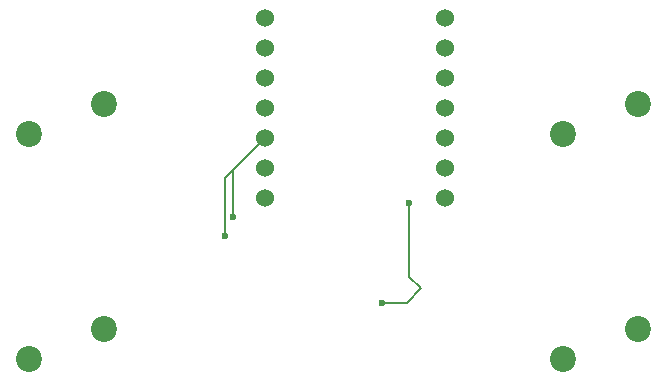
<source format=gbr>
%TF.GenerationSoftware,KiCad,Pcbnew,9.0.2*%
%TF.CreationDate,2025-05-18T21:43:26-07:00*%
%TF.ProjectId,proj,70726f6a-2e6b-4696-9361-645f70636258,rev?*%
%TF.SameCoordinates,Original*%
%TF.FileFunction,Copper,L2,Bot*%
%TF.FilePolarity,Positive*%
%FSLAX46Y46*%
G04 Gerber Fmt 4.6, Leading zero omitted, Abs format (unit mm)*
G04 Created by KiCad (PCBNEW 9.0.2) date 2025-05-18 21:43:26*
%MOMM*%
%LPD*%
G01*
G04 APERTURE LIST*
%TA.AperFunction,ComponentPad*%
%ADD10C,1.524000*%
%TD*%
%TA.AperFunction,ComponentPad*%
%ADD11C,2.200000*%
%TD*%
%TA.AperFunction,ViaPad*%
%ADD12C,0.600000*%
%TD*%
%TA.AperFunction,Conductor*%
%ADD13C,0.200000*%
%TD*%
G04 APERTURE END LIST*
D10*
%TO.P,U1,14,VBUS*%
%TO.N,+5V*%
X193357500Y-68580000D03*
%TO.P,U1,13,GND*%
%TO.N,GND*%
X193357500Y-71120000D03*
%TO.P,U1,12,3V3*%
%TO.N,unconnected-(U1-3V3-Pad12)*%
X193357500Y-73660000D03*
%TO.P,U1,11,GPIO3/MOSI*%
%TO.N,Net-(U1-GPIO3{slash}MOSI)*%
X193357500Y-76200000D03*
%TO.P,U1,10,GPIO4/MISO*%
%TO.N,Net-(U1-GPIO4{slash}MISO)*%
X193357500Y-78740000D03*
%TO.P,U1,9,GPIO2/SCK*%
%TO.N,Net-(U1-GPIO2{slash}SCK)*%
X193357500Y-81280000D03*
%TO.P,U1,8,GPIO1/RX*%
%TO.N,Net-(U1-GPIO1{slash}RX)*%
X193357500Y-83820000D03*
%TO.P,U1,7,GPIO0/TX*%
%TO.N,unconnected-(U1-GPIO0{slash}TX-Pad7)*%
X178117500Y-83820000D03*
%TO.P,U1,6,GPIO7/SCL*%
%TO.N,unconnected-(U1-GPIO7{slash}SCL-Pad6)*%
X178117500Y-81280000D03*
%TO.P,U1,5,GPIO6/SDA*%
%TO.N,Net-(D1-DIN)*%
X178117500Y-78740000D03*
%TO.P,U1,4,GPIO29/ADC3/A3*%
%TO.N,unconnected-(U1-GPIO29{slash}ADC3{slash}A3-Pad4)*%
X178117500Y-76200000D03*
%TO.P,U1,3,GPIO28/ADC2/A2*%
%TO.N,unconnected-(U1-GPIO28{slash}ADC2{slash}A2-Pad3)*%
X178117500Y-73660000D03*
%TO.P,U1,2,GPIO27/ADC1/A1*%
%TO.N,unconnected-(U1-GPIO27{slash}ADC1{slash}A1-Pad2)*%
X178117500Y-71120000D03*
%TO.P,U1,1,GPIO26/ADC0/A0*%
%TO.N,unconnected-(U1-GPIO26{slash}ADC0{slash}A0-Pad1)*%
X178117500Y-68580000D03*
%TD*%
D11*
%TO.P,SW4,1,1*%
%TO.N,GND*%
X209708750Y-75882500D03*
%TO.P,SW4,2,2*%
%TO.N,Net-(U1-GPIO3{slash}MOSI)*%
X203358750Y-78422500D03*
%TD*%
%TO.P,SW3,1,1*%
%TO.N,GND*%
X209708750Y-94932500D03*
%TO.P,SW3,2,2*%
%TO.N,Net-(U1-GPIO4{slash}MISO)*%
X203358750Y-97472500D03*
%TD*%
%TO.P,SW2,1,1*%
%TO.N,GND*%
X164465000Y-94932500D03*
%TO.P,SW2,2,2*%
%TO.N,Net-(U1-GPIO2{slash}SCK)*%
X158115000Y-97472500D03*
%TD*%
%TO.P,SW1,1,1*%
%TO.N,GND*%
X164465000Y-75882500D03*
%TO.P,SW1,2,2*%
%TO.N,Net-(U1-GPIO1{slash}RX)*%
X158115000Y-78422500D03*
%TD*%
D12*
%TO.N,Net-(D1-DIN)*%
X174700000Y-87100000D03*
X175400000Y-85483000D03*
X190300000Y-84283000D03*
X188000000Y-92700000D03*
%TD*%
D13*
%TO.N,Net-(D1-DIN)*%
X174700000Y-87100000D02*
X174700000Y-82157500D01*
X174700000Y-82157500D02*
X178117500Y-78740000D01*
X175400000Y-81457500D02*
X178117500Y-78740000D01*
X175400000Y-85483000D02*
X175400000Y-81457500D01*
X190300000Y-90500000D02*
X191300000Y-91500000D01*
X190300000Y-84283000D02*
X190300000Y-90500000D01*
X191300000Y-91500000D02*
X190100000Y-92700000D01*
X190100000Y-92700000D02*
X188000000Y-92700000D01*
%TD*%
M02*

</source>
